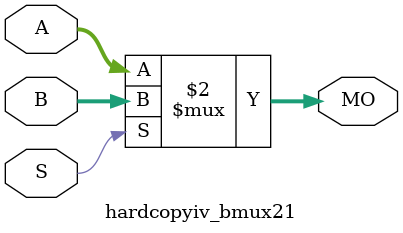
<source format=v>
module hardcopyiv_bmux21 (MO, A, B, S);
   input [15:0] A, B;
   input 	S;
   output [15:0] MO; 
   assign MO = (S == 1) ? B : A; 
endmodule
</source>
